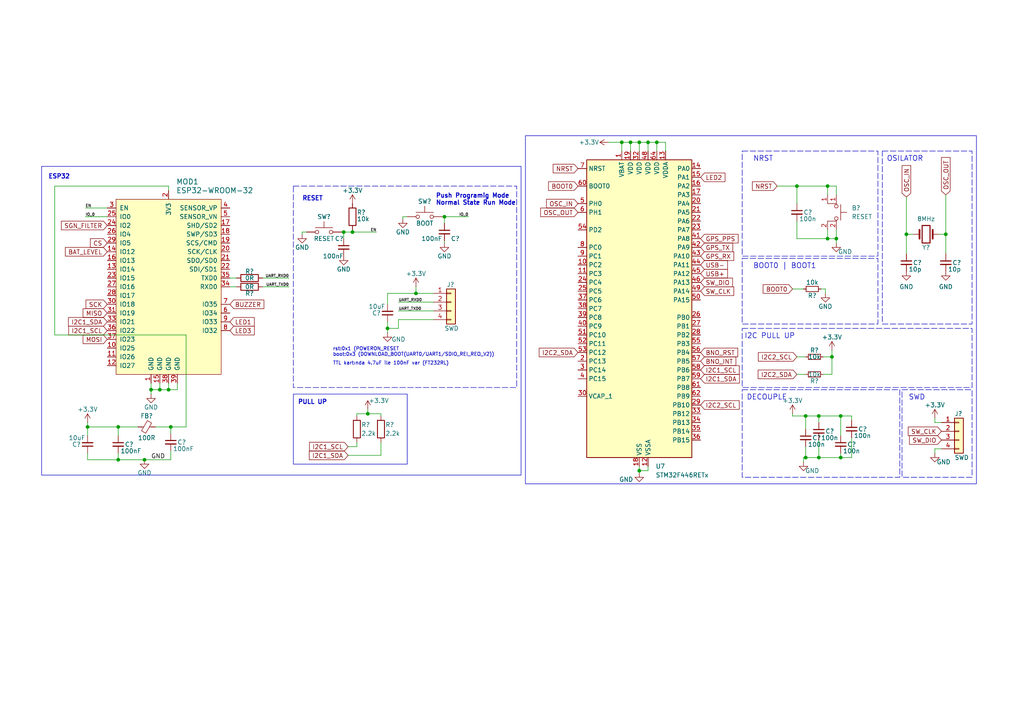
<source format=kicad_sch>
(kicad_sch (version 20230121) (generator eeschema)
  (paper "A4")
  (junction (at 48.895 113.03))
  (junction (at 262.89 67.945))
  (junction (at 25.4 123.825))
  (junction (at 231.14 53.975))
  (junction (at 187.96 41.275))
  (junction (at 120.65 85.09))
  (junction (at 237.49 132.715))
  (junction (at 112.395 95.25))
  (junction (at 243.84 132.715))
  (junction (at 180.34 41.275))
  (junction (at 41.91 133.35))
  (junction (at 99.695 67.31))
  (junction (at 34.29 133.35))
  (junction (at 243.84 120.65))
  (junction (at 242.57 69.215))
  (junction (at 233.68 120.65))
  (junction (at 34.29 123.825))
  (junction (at 106.68 120.015))
  (junction (at 241.3 103.505))
  (junction (at 185.42 136.525))
  (junction (at 274.32 67.945))
  (junction (at 43.815 113.03))
  (junction (at 128.905 62.865))
  (junction (at 46.355 113.03))
  (junction (at 102.235 67.31))
  (junction (at 233.68 132.715))
  (junction (at 240.03 53.975))
  (junction (at 185.42 41.275))
  (junction (at 49.53 123.825))
  (junction (at 240.03 69.215))
  (junction (at 237.49 120.65))
  (junction (at 190.5 41.275))
  (junction (at 182.88 41.275))
  (wire (pts (xy 41.91 133.35) (xy 49.53 133.35)))
  (wire (pts (xy 51.435 111.125) (xy 51.435 113.03)))
  (wire (pts (xy 182.88 41.275) (xy 182.88 43.815)))
  (wire (pts (xy 242.57 53.975) (xy 242.57 56.515)))
  (wire (pts (xy 231.14 108.585) (xy 233.68 108.585)))
  (wire (pts (xy 103.505 120.015) (xy 103.505 120.65)))
  (wire (pts (xy 48.895 113.03) (xy 51.435 113.03)))
  (wire (pts (xy 25.4 133.35) (xy 34.29 133.35)))
  (wire (pts (xy 242.57 69.215) (xy 240.03 69.215)))
  (wire (pts (xy 229.87 120.65) (xy 229.87 120.015)))
  (wire (pts (xy 46.355 113.03) (xy 48.895 113.03)))
  (wire (pts (xy 185.42 41.275) (xy 187.96 41.275)))
  (wire (pts (xy 100.965 129.54) (xy 103.505 129.54)))
  (wire (pts (xy 240.03 66.675) (xy 240.03 69.215)))
  (wire (pts (xy 233.68 120.65) (xy 229.87 120.65)))
  (wire (pts (xy 262.89 57.15) (xy 262.89 67.945)))
  (wire (pts (xy 106.68 118.745) (xy 106.68 120.015)))
  (wire (pts (xy 99.06 67.31) (xy 99.695 67.31)))
  (wire (pts (xy 187.96 135.255) (xy 187.96 136.525)))
  (wire (pts (xy 185.42 136.525) (xy 185.42 137.16)))
  (wire (pts (xy 180.34 41.275) (xy 180.34 43.815)))
  (wire (pts (xy 237.49 132.715) (xy 243.84 132.715)))
  (wire (pts (xy 243.84 132.715) (xy 247.015 132.715)))
  (wire (pts (xy 233.68 132.715) (xy 237.49 132.715)))
  (wire (pts (xy 102.235 67.31) (xy 109.22 67.31)))
  (wire (pts (xy 273.05 122.555) (xy 271.145 122.555)))
  (wire (pts (xy 115.57 87.63) (xy 125.73 87.63)))
  (wire (pts (xy 182.88 41.275) (xy 185.42 41.275)))
  (wire (pts (xy 185.42 135.255) (xy 185.42 136.525)))
  (wire (pts (xy 238.76 103.505) (xy 241.3 103.505)))
  (wire (pts (xy 243.84 120.65) (xy 243.84 126.365)))
  (wire (pts (xy 233.68 129.54) (xy 233.68 132.715)))
  (wire (pts (xy 25.4 123.825) (xy 34.29 123.825)))
  (wire (pts (xy 247.015 121.92) (xy 247.015 120.65)))
  (wire (pts (xy 128.905 62.865) (xy 135.89 62.865)))
  (wire (pts (xy 34.29 123.825) (xy 34.29 126.365)))
  (wire (pts (xy 102.235 66.675) (xy 102.235 67.31)))
  (wire (pts (xy 271.145 122.555) (xy 271.145 121.285)))
  (wire (pts (xy 262.89 67.945) (xy 264.795 67.945)))
  (wire (pts (xy 231.14 69.215) (xy 240.03 69.215)))
  (wire (pts (xy 242.57 66.675) (xy 242.57 69.215)))
  (wire (pts (xy 237.49 120.65) (xy 243.84 120.65)))
  (wire (pts (xy 271.145 130.175) (xy 271.145 131.445)))
  (wire (pts (xy 34.29 131.445) (xy 34.29 133.35)))
  (wire (pts (xy 49.53 125.73) (xy 49.53 123.825)))
  (wire (pts (xy 120.65 83.185) (xy 120.65 85.09)))
  (wire (pts (xy 240.03 53.975) (xy 242.57 53.975)))
  (wire (pts (xy 53.975 123.825) (xy 49.53 123.825)))
  (wire (pts (xy 15.875 53.975) (xy 48.895 53.975)))
  (wire (pts (xy 110.49 132.08) (xy 110.49 128.27)))
  (wire (pts (xy 112.395 93.345) (xy 112.395 95.25)))
  (wire (pts (xy 66.675 80.645) (xy 68.58 80.645)))
  (wire (pts (xy 87.63 67.945) (xy 87.63 67.31)))
  (wire (pts (xy 231.14 53.975) (xy 231.14 59.055)))
  (wire (pts (xy 233.045 133.985) (xy 233.045 132.715)))
  (wire (pts (xy 103.505 120.015) (xy 106.68 120.015)))
  (wire (pts (xy 110.49 120.65) (xy 110.49 120.015)))
  (wire (pts (xy 53.975 97.155) (xy 53.975 123.825)))
  (wire (pts (xy 272.415 67.945) (xy 274.32 67.945)))
  (wire (pts (xy 43.815 113.03) (xy 46.355 113.03)))
  (wire (pts (xy 237.49 127.635) (xy 237.49 132.715)))
  (wire (pts (xy 243.84 120.65) (xy 247.015 120.65)))
  (wire (pts (xy 112.395 95.25) (xy 112.395 96.52)))
  (wire (pts (xy 112.395 85.09) (xy 120.65 85.09)))
  (wire (pts (xy 187.96 41.275) (xy 187.96 43.815)))
  (wire (pts (xy 239.395 85.09) (xy 239.395 83.82)))
  (wire (pts (xy 116.84 62.865) (xy 118.11 62.865)))
  (wire (pts (xy 225.425 53.975) (xy 231.14 53.975)))
  (wire (pts (xy 87.63 67.31) (xy 88.9 67.31)))
  (wire (pts (xy 49.53 133.35) (xy 49.53 130.81)))
  (wire (pts (xy 116.84 63.5) (xy 116.84 62.865)))
  (wire (pts (xy 15.875 53.975) (xy 15.875 97.155)))
  (wire (pts (xy 46.355 111.125) (xy 46.355 113.03)))
  (wire (pts (xy 53.975 97.155) (xy 15.875 97.155)))
  (wire (pts (xy 115.57 92.71) (xy 115.57 95.25)))
  (wire (pts (xy 106.68 120.015) (xy 110.49 120.015)))
  (wire (pts (xy 231.14 103.505) (xy 233.68 103.505)))
  (wire (pts (xy 25.4 126.365) (xy 25.4 123.825)))
  (wire (pts (xy 128.905 62.865) (xy 128.905 64.77)))
  (wire (pts (xy 262.89 67.945) (xy 262.89 73.66)))
  (wire (pts (xy 100.965 132.08) (xy 110.49 132.08)))
  (wire (pts (xy 31.115 62.865) (xy 24.765 62.865)))
  (wire (pts (xy 274.32 67.945) (xy 274.32 73.66)))
  (wire (pts (xy 241.3 101.6) (xy 241.3 103.505)))
  (wire (pts (xy 237.49 120.65) (xy 237.49 122.555)))
  (wire (pts (xy 128.27 62.865) (xy 128.905 62.865)))
  (wire (pts (xy 241.3 103.505) (xy 241.3 108.585)))
  (wire (pts (xy 40.005 123.825) (xy 34.29 123.825)))
  (wire (pts (xy 115.57 95.25) (xy 112.395 95.25)))
  (wire (pts (xy 120.65 85.09) (xy 125.73 85.09)))
  (wire (pts (xy 125.73 92.71) (xy 115.57 92.71)))
  (wire (pts (xy 231.14 53.975) (xy 240.03 53.975)))
  (wire (pts (xy 193.04 41.275) (xy 193.04 43.815)))
  (wire (pts (xy 247.015 127) (xy 247.015 132.715)))
  (wire (pts (xy 66.675 83.185) (xy 68.58 83.185)))
  (wire (pts (xy 185.42 43.815) (xy 185.42 41.275)))
  (wire (pts (xy 238.125 83.82) (xy 239.395 83.82)))
  (wire (pts (xy 76.2 80.645) (xy 83.82 80.645)))
  (wire (pts (xy 112.395 88.265) (xy 112.395 85.09)))
  (wire (pts (xy 24.765 60.325) (xy 31.115 60.325)))
  (wire (pts (xy 25.4 122.555) (xy 25.4 123.825)))
  (wire (pts (xy 241.3 108.585) (xy 238.76 108.585)))
  (wire (pts (xy 103.505 129.54) (xy 103.505 128.27)))
  (wire (pts (xy 99.695 67.31) (xy 102.235 67.31)))
  (wire (pts (xy 48.895 111.125) (xy 48.895 113.03)))
  (wire (pts (xy 233.045 132.715) (xy 233.68 132.715)))
  (wire (pts (xy 231.14 69.215) (xy 231.14 64.135)))
  (wire (pts (xy 128.905 69.85) (xy 128.905 70.485)))
  (wire (pts (xy 99.695 67.31) (xy 99.695 69.215)))
  (wire (pts (xy 48.895 53.975) (xy 48.895 55.245)))
  (wire (pts (xy 190.5 41.275) (xy 187.96 41.275)))
  (wire (pts (xy 243.84 131.445) (xy 243.84 132.715)))
  (wire (pts (xy 273.05 130.175) (xy 271.145 130.175)))
  (wire (pts (xy 34.29 133.35) (xy 41.91 133.35)))
  (wire (pts (xy 190.5 41.275) (xy 193.04 41.275)))
  (wire (pts (xy 240.03 53.975) (xy 240.03 56.515)))
  (wire (pts (xy 190.5 43.815) (xy 190.5 41.275)))
  (wire (pts (xy 43.815 113.03) (xy 43.815 111.125)))
  (wire (pts (xy 180.34 41.275) (xy 182.88 41.275)))
  (wire (pts (xy 233.68 120.65) (xy 233.68 124.46)))
  (wire (pts (xy 176.53 41.275) (xy 180.34 41.275)))
  (wire (pts (xy 115.57 90.17) (xy 125.73 90.17)))
  (wire (pts (xy 43.815 114.3) (xy 43.815 113.03)))
  (wire (pts (xy 242.57 69.215) (xy 242.57 70.485)))
  (wire (pts (xy 274.32 56.515) (xy 274.32 67.945)))
  (wire (pts (xy 187.96 136.525) (xy 185.42 136.525)))
  (wire (pts (xy 25.4 131.445) (xy 25.4 133.35)))
  (wire (pts (xy 229.87 83.82) (xy 233.045 83.82)))
  (wire (pts (xy 237.49 120.65) (xy 233.68 120.65)))
  (wire (pts (xy 76.2 83.185) (xy 83.82 83.185)))
  (wire (pts (xy 45.085 123.825) (xy 49.53 123.825)))
  (rectangle (start 12.065 48.26) (end 151.13 137.795))
  (rectangle (start 215.265 74.93) (end 254.635 93.98) (stroke (width 0) (type dash)))
  (rectangle (start 85.09 114.3) (end 118.11 134.62))
  (rectangle (start 152.4 39.37) (end 283.21 140.335))
  (rectangle (start 215.265 43.815) (end 254.635 74.295) (stroke (width 0) (type dash)))
  (rectangle (start 261.62 113.03) (end 281.94 138.43) (stroke (width 0) (type dash)))
  (rectangle (start 85.09 53.975) (end 149.86 112.395) (stroke (width 0) (type dash)))
  (rectangle (start 255.905 43.815) (end 281.94 93.98) (stroke (width 0) (type dash)))
  (rectangle (start 215.265 113.03) (end 260.985 138.43) (stroke (width 0) (type dash)))
  (rectangle (start 215.265 95.25) (end 281.94 112.395) (stroke (width 0) (type dash)))
  (text "DECOUPLE" (at 216.535 116.205 0) (effects (font (size 1.5 1.5)) (justify left bottom)))
  (text "TTL kartında 4.7uF ile 100nF var (FT232RL)" (at 96.52 106.045 0) (effects (font (size 1 1)) (justify left bottom)))
  (text "I2C PULL UP" (at 215.9 98.425 0) (effects (font (size 1.5 1.5)) (justify left bottom)))
  (text "RESET" (at 87.63 58.42 0) (effects (font (size 1.27 1.27) (thickness 0.254) bold) (justify left bottom)))
  (text "BOOT0 | BOOT1" (at 218.44 78.105 0) (effects (font (size 1.5 1.5)) (justify left bottom)))
  (text "rst:0x1 (POWERON_RESET\nboot:0x3 (DOWNLOAD_BOOT(UART0/UART1/SDIO_REI_REO_V2))" (at 96.52 103.505 0) (effects (font (size 1 1)) (justify left bottom)))
  (text "OSILATOR" (at 257.175 46.99 0) (effects (font (size 1.5 1.5)) (justify left bottom)))
  (text "NRST" (at 218.44 46.99 0) (effects (font (size 1.5 1.5)) (justify left bottom)))
  (text "ESP32\n" (at 13.97 52.07 0) (effects (font (size 1.27 1.27) (thickness 0.254) bold) (justify left bottom)))
  (text "SWD" (at 263.525 116.205 0) (effects (font (size 1.5 1.5)) (justify left bottom)))
  (text "PULL UP" (at 86.36 117.475 0) (effects (font (size 1.27 1.27) (thickness 0.254) bold) (justify left bottom)))
  (text "Push Programig Mode\nNormal State Run Mode" (at 126.365 59.69 0) (effects (font (size 1.27 1.27) (thickness 0.254) bold) (justify left bottom)))
  (label "GND" (at 43.815 133.35 0))
  (label "UART_RXD0" (at 115.57 87.63 0) (effects (font (size 0.8 0.8))))
  (label "UART_RXD0" (at 83.82 80.645 180) (effects (font (size 0.8 0.8))))
  (label "EN" (at 24.765 60.325 0) (effects (font (size 0.8 0.8))))
  (label "EN" (at 109.22 67.31 180) (effects (font (size 0.8 0.8))))
  (label "UART_TXD0" (at 83.82 83.185 180) (effects (font (size 0.8 0.8))))
  (label "IO_0" (at 24.765 62.865 0) (effects (font (size 0.8 0.8))))
  (label "IO_0" (at 135.89 62.865 180) (effects (font (size 0.8 0.8))))
  (label "UART_TXD0" (at 115.57 90.17 0) (effects (font (size 0.8 0.8))))
  (global_label "SW_DIO" (shape input) (at 203.2 81.915 0) (property "Intersheetrefs" "${INTERSHEET_REFS}" (effects hide)))
  (global_label "OSC_IN" (shape input) (at 262.89 57.15 90) (property "Intersheetrefs" "${INTERSHEET_REFS}" (effects hide)))
  (global_label "LED1" (shape input) (at 66.675 93.345 0) (property "Intersheetrefs" "${INTERSHEET_REFS}" (effects hide)))
  (global_label "I2C2_SDA" (shape input) (at 167.64 102.235 180) (property "Intersheetrefs" "${INTERSHEET_REFS}" (effects hide)))
  (global_label "NRST" (shape input) (at 225.425 53.975 180) (property "Intersheetrefs" "${INTERSHEET_REFS}" (effects hide)))
  (global_label "GPS_RX" (shape input) (at 203.2 74.295 0) (property "Intersheetrefs" "${INTERSHEET_REFS}" (effects hide)))
  (global_label "I2C1_SCL" (shape input) (at 203.2 107.315 0) (property "Intersheetrefs" "${INTERSHEET_REFS}" (effects hide)))
  (global_label "I2C1_SDA" (shape input) (at 100.965 132.08 180) (property "Intersheetrefs" "${INTERSHEET_REFS}" (effects hide)))
  (global_label "I2C1_SDA" (shape input) (at 31.115 93.345 180) (property "Intersheetrefs" "${INTERSHEET_REFS}" (effects hide)))
  (global_label "I2C2_SDA" (shape input) (at 231.14 108.585 180) (property "Intersheetrefs" "${INTERSHEET_REFS}" (effects hide)))
  (global_label "OSC_IN" (shape input) (at 167.64 59.055 180) (property "Intersheetrefs" "${INTERSHEET_REFS}" (effects hide)))
  (global_label "SW_DIO" (shape input) (at 273.05 127.635 180) (property "Intersheetrefs" "${INTERSHEET_REFS}" (effects hide)))
  (global_label "SW_CLK" (shape input) (at 273.05 125.095 180) (property "Intersheetrefs" "${INTERSHEET_REFS}" (effects hide)))
  (global_label "SCK" (shape input) (at 31.115 88.265 180) (property "Intersheetrefs" "${INTERSHEET_REFS}" (effects hide)))
  (global_label "USB+" (shape input) (at 203.2 79.375 0) (property "Intersheetrefs" "${INTERSHEET_REFS}" (effects hide)))
  (global_label "LED3" (shape input) (at 66.675 95.885 0) (property "Intersheetrefs" "${INTERSHEET_REFS}" (effects hide)))
  (global_label "I2C1_SDA" (shape input) (at 203.2 109.855 0) (property "Intersheetrefs" "${INTERSHEET_REFS}" (effects hide)))
  (global_label "LED2" (shape input) (at 203.2 51.435 0) (property "Intersheetrefs" "${INTERSHEET_REFS}" (effects hide)))
  (global_label "USB-" (shape input) (at 203.2 76.835 0) (property "Intersheetrefs" "${INTERSHEET_REFS}" (effects hide)))
  (global_label "I2C2_SCL" (shape input) (at 203.2 117.475 0) (property "Intersheetrefs" "${INTERSHEET_REFS}" (effects hide)))
  (global_label "MISO" (shape input) (at 31.115 90.805 180) (property "Intersheetrefs" "${INTERSHEET_REFS}" (effects hide)))
  (global_label "OSC_OUT" (shape input) (at 274.32 56.515 90) (property "Intersheetrefs" "${INTERSHEET_REFS}" (effects hide)))
  (global_label "BOOT0" (shape input) (at 167.64 53.975 180) (property "Intersheetrefs" "${INTERSHEET_REFS}" (effects hide)))
  (global_label "BAT_LEVEL" (shape input) (at 31.115 73.025 180) (property "Intersheetrefs" "${INTERSHEET_REFS}" (effects hide)))
  (global_label "BUZZER" (shape input) (at 66.675 88.265 0) (property "Intersheetrefs" "${INTERSHEET_REFS}" (effects hide)))
  (global_label "SW_CLK" (shape input) (at 203.2 84.455 0) (property "Intersheetrefs" "${INTERSHEET_REFS}" (effects hide)))
  (global_label "BNO_RST" (shape input) (at 203.2 102.235 0) (property "Intersheetrefs" "${INTERSHEET_REFS}" (effects hide)))
  (global_label "NRST" (shape input) (at 167.64 48.895 180) (property "Intersheetrefs" "${INTERSHEET_REFS}" (effects hide)))
  (global_label "I2C2_SCL" (shape input) (at 231.14 103.505 180) (property "Intersheetrefs" "${INTERSHEET_REFS}" (effects hide)))
  (global_label "GPS_TX" (shape input) (at 203.2 71.755 0) (property "Intersheetrefs" "${INTERSHEET_REFS}" (effects hide)))
  (global_label "I2C1_SCL" (shape input) (at 31.115 95.885 180) (property "Intersheetrefs" "${INTERSHEET_REFS}" (effects hide)))
  (global_label "BOOT0" (shape input) (at 229.87 83.82 180) (property "Intersheetrefs" "${INTERSHEET_REFS}" (effects hide)))
  (global_label "I2C1_SCL" (shape input) (at 100.965 129.54 180) (property "Intersheetrefs" "${INTERSHEET_REFS}" (effects hide)))
  (global_label "OSC_OUT" (shape input) (at 167.64 61.595 180) (property "Intersheetrefs" "${INTERSHEET_REFS}" (effects hide)))
  (global_label "GPS_PPS" (shape input) (at 203.2 69.215 0) (property "Intersheetrefs" "${INTERSHEET_REFS}" (effects hide)))
  (global_label "BNO_INT" (shape input) (at 203.2 104.775 0) (property "Intersheetrefs" "${INTERSHEET_REFS}" (effects hide)))
  (global_label "CS" (shape input) (at 31.115 70.485 180) (property "Intersheetrefs" "${INTERSHEET_REFS}" (effects hide)))
  (global_label "MOSI" (shape input) (at 31.115 98.425 180) (property "Intersheetrefs" "${INTERSHEET_REFS}" (effects hide)))
  (global_label "SGN_FILTER" (shape input) (at 31.115 65.405 180) (property "Intersheetrefs" "${INTERSHEET_REFS}" (effects hide)))
  (symbol (lib_id "Device:R") (at 103.505 124.46 0) (unit 1)
    (property "Reference" "R?" (at 104.775 123.19 0) (effects (justify left)))
    (property "Value" "2.2k" (at 104.775 125.73 0) (effects (justify left)))
    (property "Footprint" "Resistor_SMD:R_0603_1608Metric" (effects hide))
    (property "Link" "https://ozdisan.com/pasif-komponentler/direncler/smt-smd-ve-cip-direncler/RC0603JR-072K2L/834877" (effects hide))
    (instances (project "QTR_PhotoFinish" (path "" (reference "R?") (unit 1))) (project "QTR_PhotoFinish_V2" (path "" (reference "R?") (unit 1))) (project "hecatlon_raid_eye" (path "" (reference "R13") (unit 1)) (path "" (reference "R13") (unit 1))))
  )
  (symbol (lib_id "power:+3.3V") (at 106.68 118.745 0) (unit 1)
    (property "Reference" "#PWR?" (effects hide))
    (property "Value" "+3.3V" (at 109.855 116.205 0))
    (instances (project "Adberilgen_Ana_Sistem" (path "" (reference "#PWR?") (unit 1))) (project "QTR_PhotoFinish" (path "" (reference "#PWR?") (unit 1))) (project "QTR_PhotoFinish_V2" (path "" (reference "#PWR?") (unit 1))) (project "hecatlon_raid_eye" (path "" (reference "#PWR021") (unit 1)) (path "" (reference "#PWR021") (unit 1))) (project "Flight_Control_Card" (path "" (reference "#PWR?") (unit 1))) (project "Adberilgen_Ana_Sistem_V2" (path "" (reference "#PWR?") (unit 1))) (project "Flight_Control_Card_V2" (path "" (reference "#PWR?") (unit 1))))
  )
  (symbol (lib_id "Switch:SW_Push") (at 123.19 62.865 0) (unit 1)
    (property "Reference" "SW?" (at 123.19 58.42 0))
    (property "Value" "BOOT" (at 123.19 64.77 0))
    (property "Footprint" "Button_Switch_SMD:SW_Push_1P1T_NO_Vertical_Wuerth_434133025816" (effects hide))
    (property "Link" "https://www.motorobit.com/mini-smd-tact-switch-buton-4-pin" (effects hide))
    (instances (project "QTR_PhotoFinish_V2" (path "" (reference "SW?") (unit 1))) (project "hecatlon_raid_eye" (path "" (reference "SW1") (unit 1)) (path "" (reference "SW1") (unit 1))))
  )
  (symbol (lib_id "power:+3.3V") (at 176.53 41.275 90) (unit 1)
    (property "Reference" "#PWR?" (effects hide))
    (property "Value" "+3.3V" (at 170.815 41.275 90))
    (instances (project "Adberilgen_Ana_Sistem" (path "" (reference "#PWR?") (unit 1))) (project "hecatlon_raid_eye" (path "" (reference "#PWR01") (unit 1)) (path "" (reference "#PWR01") (unit 1))) (project "Flight_Control_Card" (path "" (reference "#PWR?") (unit 1))) (project "Adberilgen_Ana_Sistem_V2" (path "" (reference "#PWR?") (unit 1))) (project "Flight_Control_Card_V2" (path "" (reference "#PWR?") (unit 1))))
  )
  (symbol (lib_id "power:+3.3V") (at 102.235 59.055 0) (unit 1)
    (property "Reference" "#PWR?" (effects hide))
    (property "Value" "+3.3V" (at 102.235 55.245 0))
    (instances (project "Adberilgen_Ana_Sistem" (path "" (reference "#PWR?") (unit 1))) (project "QTR_PhotoFinish" (path "" (reference "#PWR?") (unit 1))) (project "QTR_PhotoFinish_V2" (path "" (reference "#PWR?") (unit 1))) (project "hecatlon_raid_eye" (path "" (reference "#PWR02") (unit 1)) (path "" (reference "#PWR02") (unit 1))) (project "Flight_Control_Card" (path "" (reference "#PWR?") (unit 1))) (project "Adberilgen_Ana_Sistem_V2" (path "" (reference "#PWR?") (unit 1))) (project "Flight_Control_Card_V2" (path "" (reference "#PWR?") (unit 1))))
  )
  (symbol (lib_id "power:GND") (at 185.42 137.16 0) (unit 1)
    (property "Reference" "#PWR?" (effects hide))
    (property "Value" "GND" (at 181.61 139.065 0))
    (instances (project "Adberilgen_Ana_Sistem" (path "" (reference "#PWR?") (unit 1))) (project "hecatlon_raid_eye" (path "" (reference "#PWR029") (unit 1)) (path "" (reference "#PWR030") (unit 1))) (project "Flight_Control_Card" (path "" (reference "#PWR?") (unit 1))) (project "Adberilgen_Ana_Sistem_V2" (path "" (reference "#PWR?") (unit 1))) (project "Flight_Control_Card_V2" (path "" (reference "#PWR?") (unit 1))))
  )
  (symbol (lib_id "power:+3.3V") (at 25.4 122.555 0) (unit 1)
    (property "Reference" "#PWR?" (effects hide))
    (property "Value" "+3.3V" (at 25.4 118.745 0))
    (instances (project "Adberilgen_Ana_Sistem" (path "" (reference "#PWR?") (unit 1))) (project "QTR_PhotoFinish" (path "" (reference "#PWR?") (unit 1))) (project "QTR_PhotoFinish_V2" (path "" (reference "#PWR?") (unit 1))) (project "hecatlon_raid_eye" (path "" (reference "#PWR023") (unit 1)) (path "" (reference "#PWR023") (unit 1))) (project "Flight_Control_Card" (path "" (reference "#PWR?") (unit 1))) (project "Adberilgen_Ana_Sistem_V2" (path "" (reference "#PWR?") (unit 1))) (project "Flight_Control_Card_V2" (path "" (reference "#PWR?") (unit 1))))
  )
  (symbol (lib_id "Device:C_Small") (at 243.84 128.905 0) (unit 1)
    (property "Reference" "C?" (at 245.745 128.905 0) (effects (justify left)))
    (property "Value" "100n" (at 244.475 130.81 0) (effects (justify left)))
    (property "Footprint" "Capacitor_SMD:C_0603_1608Metric" (effects hide))
    (instances (project "Adberilgen_Ana_Sistem" (path "" (reference "C?") (unit 1))) (project "hecatlon_raid_eye" (path "" (reference "C15") (unit 1)) (path "" (reference "C15") (unit 1))) (project "Flight_Control_Card" (path "" (reference "C?") (unit 1))) (project "Adberilgen_Ana_Sistem_V2" (path "" (reference "C?") (unit 1))) (project "Flight_Control_Card_V2" (path "" (reference "C?") (unit 1))))
  )
  (symbol (lib_id "Connector_Generic:Conn_01x04") (at 130.81 87.63 0) (unit 1)
    (property "Reference" "J?" (at 129.54 82.55 0) (effects (justify left)))
    (property "Value" "SWD" (at 128.905 95.25 0) (effects (justify left)))
    (property "Footprint" "Connector_JST:JST_EH_B4B-EH-A_1x04_P2.50mm_Vertical" (effects hide))
    (instances (project "QTR_PhotoFinish_V2" (path "" (reference "J?") (unit 1))) (project "hecatlon_raid_eye" (path "" (reference "J1") (unit 1)) (path "" (reference "J1") (unit 1))))
  )
  (symbol (lib_id "power:GND") (at 99.695 74.295 0) (unit 1)
    (property "Reference" "#PWR?" (effects hide))
    (property "Value" "GND" (at 99.695 78.105 0))
    (instances (project "Adberilgen_Ana_Sistem" (path "" (reference "#PWR?") (unit 1))) (project "QTR_PhotoFinish" (path "" (reference "#PWR?") (unit 1))) (project "QTR_PhotoFinish_V2" (path "" (reference "#PWR?") (unit 1))) (project "hecatlon_raid_eye" (path "" (reference "#PWR06") (unit 1)) (path "" (reference "#PWR06") (unit 1))) (project "Flight_Control_Card" (path "" (reference "#PWR?") (unit 1))) (project "Adberilgen_Ana_Sistem_V2" (path "" (reference "#PWR?") (unit 1))) (project "Flight_Control_Card_V2" (path "" (reference "#PWR?") (unit 1))))
  )
  (symbol (lib_id "Device:C_Small") (at 99.695 71.755 0) (mirror y) (unit 1)
    (property "Reference" "C?" (at 99.695 69.215 0) (effects (justify left)))
    (property "Value" "100nF" (at 99.695 74.295 0) (effects (justify left)))
    (property "Footprint" "Capacitor_SMD:C_0603_1608Metric" (effects hide))
    (property "Link" "https://ozdisan.com/pasif-komponentler/kapasitorler/smt-smd-ve-mlcc-kapasitorler/CC0603KRX7R9BB104/476015" (effects hide))
    (instances (project "Adberilgen_Ana_Sistem" (path "" (reference "C?") (unit 1))) (project "QTR_PhotoFinish" (path "" (reference "C?") (unit 1))) (project "QTR_PhotoFinish_V2" (path "" (reference "C?") (unit 1))) (project "hecatlon_raid_eye" (path "" (reference "C4") (unit 1)) (path "" (reference "C4") (unit 1))) (project "Flight_Control_Card" (path "" (reference "C?") (unit 1))) (project "Adberilgen_Ana_Sistem_V2" (path "" (reference "C?") (unit 1))) (project "Flight_Control_Card_V2" (path "" (reference "C?") (unit 1))))
  )
  (symbol (lib_id "power:GND") (at 239.395 85.09 0) (unit 1)
    (property "Reference" "#PWR?" (effects hide))
    (property "Value" "GND" (at 239.395 88.9 0))
    (instances (project "Adberilgen_Ana_Sistem" (path "" (reference "#PWR?") (unit 1))) (project "hecatlon_raid_eye" (path "" (reference "#PWR013") (unit 1)) (path "" (reference "#PWR013") (unit 1))) (project "Flight_Control_Card" (path "" (reference "#PWR?") (unit 1))) (project "Adberilgen_Ana_Sistem_V2" (path "" (reference "#PWR?") (unit 1))) (project "Flight_Control_Card_V2" (path "" (reference "#PWR?") (unit 1))))
  )
  (symbol (lib_id "Device:C_Small") (at 25.4 128.905 180) (unit 1)
    (property "Reference" "C?" (at 23.495 128.905 0) (effects (justify left)))
    (property "Value" "10uF" (at 24.765 127 0) (effects (justify left)))
    (property "Footprint" "Capacitor_SMD:C_0603_1608Metric" (effects hide))
    (property "Link" "https://ozdisan.com/pasif-komponentler/kapasitorler/smt-smd-ve-mlcc-kapasitorler/GRM188Z71A106KA73D/1046588" (effects hide))
    (instances (project "Adberilgen_Ana_Sistem" (path "" (reference "C?") (unit 1))) (project "QTR_PhotoFinish" (path "" (reference "C?") (unit 1))) (project "QTR_PhotoFinish_V2" (path "" (reference "C?") (unit 1))) (project "hecatlon_raid_eye" (path "" (reference "C10") (unit 1)) (path "" (reference "C10") (unit 1))) (project "Flight_Control_Card" (path "" (reference "C?") (unit 1))) (project "Adberilgen_Ana_Sistem_V2" (path "" (reference "C?") (unit 1))) (project "Flight_Control_Card_V2" (path "" (reference "C?") (unit 1))))
  )
  (symbol (lib_id "dk_RF-Transceiver-Modules:ESP32-WROOM-32") (at 43.815 57.785 0) (unit 1)
    (property "Reference" "MOD1" (at 51.0891 52.705 0) (effects (font (size 1.524 1.524)) (justify left)))
    (property "Value" "ESP32-WROOM-32" (at 51.0891 55.245 0) (effects (font (size 1.524 1.524)) (justify left)))
    (property "Footprint" "digikey-footprints:ESP32-WROOM-32D" (effects hide))
    (property "Datasheet" "https://www.espressif.com/sites/default/files/documentation/esp32-wroom-32_datasheet_en.pdf" (effects hide))
    (property "Digi-Key_PN" "1904-1010-1-ND" (effects hide))
    (property "MPN" "ESP32-WROOM-32" (effects hide))
    (property "Category" "RF/IF and RFID" (effects hide))
    (property "Family" "RF Transceiver Modules" (effects hide))
    (property "DK_Datasheet_Link" "https://www.espressif.com/sites/default/files/documentation/esp32-wroom-32_datasheet_en.pdf" (effects hide))
    (property "DK_Detail_Page" "/product-detail/en/espressif-systems/ESP32-WROOM-32/1904-1010-1-ND/8544305" (effects hide))
    (property "Description" "SMD MODULE, ESP32-D0WDQ6, 32MBIT" (effects hide))
    (property "Manufacturer" "Espressif Systems" (effects hide))
    (property "Status" "Active" (effects hide))
  )
  (symbol (lib_id "power:GND") (at 233.045 133.985 0) (unit 1)
    (property "Reference" "#PWR?" (effects hide))
    (property "Value" "GND" (at 235.585 136.525 0))
    (instances (project "Adberilgen_Ana_Sistem" (path "" (reference "#PWR?") (unit 1))) (project "hecatlon_raid_eye" (path "" (reference "#PWR030") (unit 1)) (path "" (reference "#PWR029") (unit 1))) (project "Flight_Control_Card" (path "" (reference "#PWR?") (unit 1))) (project "Adberilgen_Ana_Sistem_V2" (path "" (reference "#PWR?") (unit 1))) (project "Flight_Control_Card_V2" (path "" (reference "#PWR?") (unit 1))))
  )
  (symbol (lib_id "power:GND") (at 43.815 114.3 0) (unit 1)
    (property "Reference" "#PWR?" (effects hide))
    (property "Value" "GND" (at 43.815 118.11 0))
    (instances (project "Adberilgen_Ana_Sistem" (path "" (reference "#PWR?") (unit 1))) (project "QTR_PhotoFinish" (path "" (reference "#PWR?") (unit 1))) (project "QTR_PhotoFinish_V2" (path "" (reference "#PWR?") (unit 1))) (project "hecatlon_raid_eye" (path "" (reference "#PWR020") (unit 1)) (path "" (reference "#PWR020") (unit 1))) (project "Flight_Control_Card" (path "" (reference "#PWR?") (unit 1))) (project "Adberilgen_Ana_Sistem_V2" (path "" (reference "#PWR?") (unit 1))) (project "Flight_Control_Card_V2" (path "" (reference "#PWR?") (unit 1))))
  )
  (symbol (lib_id "Device:R_Small") (at 236.22 108.585 270) (unit 1)
    (property "Reference" "R?" (at 236.22 110.49 90))
    (property "Value" "10k" (at 236.22 108.585 90))
    (property "Footprint" "Resistor_SMD:R_0603_1608Metric" (effects hide))
    (instances (project "Adberilgen_Ana_Sistem" (path "" (reference "R?") (unit 1))) (project "hecatlon_raid_eye" (path "" (reference "R10") (unit 1)) (path "" (reference "R10") (unit 1))) (project "Flight_Control_Card" (path "" (reference "R?") (unit 1))) (project "Adberilgen_Ana_Sistem_V2" (path "" (reference "R?") (unit 1))) (project "Flight_Control_Card_V2" (path "" (reference "R?") (unit 1))))
  )
  (symbol (lib_id "power:GND") (at 271.145 131.445 0) (unit 1)
    (property "Reference" "#PWR?" (effects hide))
    (property "Value" "GND" (at 273.685 133.985 0))
    (instances (project "Adberilgen_Ana_Sistem" (path "" (reference "#PWR?") (unit 1))) (project "hecatlon_raid_eye" (path "" (reference "#PWR028") (unit 1)) (path "" (reference "#PWR028") (unit 1))) (project "Flight_Control_Card" (path "" (reference "#PWR?") (unit 1))) (project "Adberilgen_Ana_Sistem_V2" (path "" (reference "#PWR?") (unit 1))) (project "Flight_Control_Card_V2" (path "" (reference "#PWR?") (unit 1))))
  )
  (symbol (lib_id "Device:R") (at 110.49 124.46 0) (unit 1)
    (property "Reference" "R?" (at 111.76 123.19 0) (effects (justify left)))
    (property "Value" "2.2k" (at 111.76 125.73 0) (effects (justify left)))
    (property "Footprint" "Resistor_SMD:R_0603_1608Metric" (effects hide))
    (property "Link" "https://ozdisan.com/pasif-komponentler/direncler/smt-smd-ve-cip-direncler/RC0603JR-072K2L/834877" (effects hide))
    (instances (project "QTR_PhotoFinish" (path "" (reference "R?") (unit 1))) (project "QTR_PhotoFinish_V2" (path "" (reference "R?") (unit 1))) (project "hecatlon_raid_eye" (path "" (reference "R14") (unit 1)) (path "" (reference "R14") (unit 1))))
  )
  (symbol (lib_id "Device:C_Small") (at 233.68 127 0) (unit 1)
    (property "Reference" "C?" (at 235.585 127 0) (effects (justify left)))
    (property "Value" "100n" (at 234.315 128.905 0) (effects (justify left)))
    (property "Footprint" "Capacitor_SMD:C_0603_1608Metric" (effects hide))
    (instances (project "Adberilgen_Ana_Sistem" (path "" (reference "C?") (unit 1))) (project "hecatlon_raid_eye" (path "" (reference "C14") (unit 1)) (path "" (reference "C14") (unit 1))) (project "Flight_Control_Card" (path "" (reference "C?") (unit 1))) (project "Adberilgen_Ana_Sistem_V2" (path "" (reference "C?") (unit 1))) (project "Flight_Control_Card_V2" (path "" (reference "C?") (unit 1))))
  )
  (symbol (lib_id "Device:R_Small") (at 235.585 83.82 270) (unit 1)
    (property "Reference" "R?" (at 235.585 85.725 90))
    (property "Value" "10k" (at 235.585 81.915 90))
    (property "Footprint" "Resistor_SMD:R_0603_1608Metric" (effects hide))
    (instances (project "Adberilgen_Ana_Sistem" (path "" (reference "R?") (unit 1))) (project "hecatlon_raid_eye" (path "" (reference "R6") (unit 1)) (path "" (reference "R6") (unit 1))) (project "Flight_Control_Card" (path "" (reference "R?") (unit 1))) (project "Adberilgen_Ana_Sistem_V2" (path "" (reference "R?") (unit 1))) (project "Flight_Control_Card_V2" (path "" (reference "R?") (unit 1))))
  )
  (symbol (lib_id "power:+3.3V") (at 120.65 83.185 0) (unit 1)
    (property "Reference" "#PWR?" (effects hide))
    (property "Value" "+3.3V" (at 120.65 79.375 0))
    (instances (project "Adberilgen_Ana_Sistem" (path "" (reference "#PWR?") (unit 1))) (project "QTR_PhotoFinish" (path "" (reference "#PWR?") (unit 1))) (project "QTR_PhotoFinish_V2" (path "" (reference "#PWR?") (unit 1))) (project "hecatlon_raid_eye" (path "" (reference "#PWR010") (unit 1)) (path "" (reference "#PWR010") (unit 1))) (project "Flight_Control_Card" (path "" (reference "#PWR?") (unit 1))) (project "Adberilgen_Ana_Sistem_V2" (path "" (reference "#PWR?") (unit 1))) (project "Flight_Control_Card_V2" (path "" (reference "#PWR?") (unit 1))))
  )
  (symbol (lib_id "Switch:SW_Push") (at 93.98 67.31 0) (unit 1)
    (property "Reference" "SW?" (at 93.98 62.865 0))
    (property "Value" "RESET" (at 93.98 69.215 0))
    (property "Footprint" "Button_Switch_SMD:SW_Push_1P1T_NO_Vertical_Wuerth_434133025816" (effects hide))
    (property "Link" "https://www.motorobit.com/mini-smd-tact-switch-buton-4-pin" (effects hide))
    (instances (project "QTR_PhotoFinish_V2" (path "" (reference "SW?") (unit 1))) (project "hecatlon_raid_eye" (path "" (reference "SW2") (unit 1)) (path "" (reference "SW2") (unit 1))))
  )
  (symbol (lib_id "power:GND") (at 262.89 78.74 0) (unit 1)
    (property "Reference" "#PWR?" (effects hide))
    (property "Value" "GND" (at 262.89 83.185 0))
    (instances (project "Adberilgen_Ana_Sistem" (path "" (reference "#PWR?") (unit 1))) (project "hecatlon_raid_eye" (path "" (reference "#PWR011") (unit 1)) (path "" (reference "#PWR011") (unit 1))) (project "Flight_Control_Card" (path "" (reference "#PWR?") (unit 1))) (project "Adberilgen_Ana_Sistem_V2" (path "" (reference "#PWR?") (unit 1))) (project "Flight_Control_Card_V2" (path "" (reference "#PWR?") (unit 1))))
  )
  (symbol (lib_id "power:+3.3V") (at 241.3 101.6 0) (unit 1)
    (property "Reference" "#PWR?" (effects hide))
    (property "Value" "+3.3V" (at 241.3 97.79 0))
    (instances (project "Adberilgen_Ana_Sistem" (path "" (reference "#PWR?") (unit 1))) (project "hecatlon_raid_eye" (path "" (reference "#PWR018") (unit 1)) (path "" (reference "#PWR018") (unit 1))) (project "Flight_Control_Card" (path "" (reference "#PWR?") (unit 1))) (project "Adberilgen_Ana_Sistem_V2" (path "" (reference "#PWR?") (unit 1))) (project "Flight_Control_Card_V2" (path "" (reference "#PWR?") (unit 1))))
  )
  (symbol (lib_id "Device:C_Small") (at 34.29 128.905 0) (unit 1)
    (property "Reference" "C?" (at 36.195 128.905 0) (effects (justify left)))
    (property "Value" "100nF" (at 34.925 130.81 0) (effects (justify left)))
    (property "Footprint" "Capacitor_SMD:C_0603_1608Metric" (effects hide))
    (property "Link" "https://ozdisan.com/pasif-komponentler/kapasitorler/smt-smd-ve-mlcc-kapasitorler/CC0603KRX7R9BB104/476015" (effects hide))
    (instances (project "Adberilgen_Ana_Sistem" (path "" (reference "C?") (unit 1))) (project "QTR_PhotoFinish" (path "" (reference "C?") (unit 1))) (project "QTR_PhotoFinish_V2" (path "" (reference "C?") (unit 1))) (project "hecatlon_raid_eye" (path "" (reference "C11") (unit 1)) (path "" (reference "C11") (unit 1))) (project "Flight_Control_Card" (path "" (reference "C?") (unit 1))) (project "Adberilgen_Ana_Sistem_V2" (path "" (reference "C?") (unit 1))) (project "Flight_Control_Card_V2" (path "" (reference "C?") (unit 1))))
  )
  (symbol (lib_id "power:GND") (at 242.57 70.485 0) (unit 1)
    (property "Reference" "#PWR?" (effects hide))
    (property "Value" "GND" (at 245.11 73.025 0))
    (instances (project "Adberilgen_Ana_Sistem" (path "" (reference "#PWR?") (unit 1))) (project "hecatlon_raid_eye" (path "" (reference "#PWR07") (unit 1)) (path "" (reference "#PWR07") (unit 1))) (project "Flight_Control_Card" (path "" (reference "#PWR?") (unit 1))) (project "Adberilgen_Ana_Sistem_V2" (path "" (reference "#PWR?") (unit 1))) (project "Flight_Control_Card_V2" (path "" (reference "#PWR?") (unit 1))))
  )
  (symbol (lib_id "power:GND") (at 116.84 63.5 0) (unit 1)
    (property "Reference" "#PWR?" (effects hide))
    (property "Value" "GND" (at 116.84 67.31 0))
    (instances (project "Adberilgen_Ana_Sistem" (path "" (reference "#PWR?") (unit 1))) (project "QTR_PhotoFinish" (path "" (reference "#PWR?") (unit 1))) (project "QTR_PhotoFinish_V2" (path "" (reference "#PWR?") (unit 1))) (project "hecatlon_raid_eye" (path "" (reference "#PWR03") (unit 1)) (path "" (reference "#PWR03") (unit 1))) (project "Flight_Control_Card" (path "" (reference "#PWR?") (unit 1))) (project "Adberilgen_Ana_Sistem_V2" (path "" (reference "#PWR?") (unit 1))) (project "Flight_Control_Card_V2" (path "" (reference "#PWR?") (unit 1))))
  )
  (symbol (lib_id "Device:C_Small") (at 112.395 90.805 180) (unit 1)
    (property "Reference" "C?" (at 110.49 90.805 0) (effects (justify left)))
    (property "Value" "10uF" (at 111.76 88.9 0) (effects (justify left)))
    (property "Footprint" "Capacitor_SMD:C_0603_1608Metric" (effects hide))
    (property "Link" "https://ozdisan.com/pasif-komponentler/kapasitorler/smt-smd-ve-mlcc-kapasitorler/GRM188Z71A106KA73D/1046588" (effects hide))
    (instances (project "Adberilgen_Ana_Sistem" (path "" (reference "C?") (unit 1))) (project "QTR_PhotoFinish" (path "" (reference "C?") (unit 1))) (project "QTR_PhotoFinish_V2" (path "" (reference "C?") (unit 1))) (project "hecatlon_raid_eye" (path "" (reference "C8") (unit 1)) (path "" (reference "C8") (unit 1))) (project "Flight_Control_Card" (path "" (reference "C?") (unit 1))) (project "Adberilgen_Ana_Sistem_V2" (path "" (reference "C?") (unit 1))) (project "Flight_Control_Card_V2" (path "" (reference "C?") (unit 1))))
  )
  (symbol (lib_id "Device:C_Small") (at 128.905 67.31 0) (mirror y) (unit 1)
    (property "Reference" "C?" (at 133.35 69.215 0) (effects (justify left)))
    (property "Value" "100nF" (at 128.27 69.215 0) (effects (justify left)))
    (property "Footprint" "Capacitor_SMD:C_0603_1608Metric" (effects hide))
    (property "Link" "https://ozdisan.com/pasif-komponentler/kapasitorler/smt-smd-ve-mlcc-kapasitorler/CC0603KRX7R9BB104/476015" (effects hide))
    (instances (project "Adberilgen_Ana_Sistem" (path "" (reference "C?") (unit 1))) (project "QTR_PhotoFinish" (path "" (reference "C?") (unit 1))) (project "QTR_PhotoFinish_V2" (path "" (reference "C?") (unit 1))) (project "hecatlon_raid_eye" (path "" (reference "C1") (unit 1)) (path "" (reference "C1") (unit 1))) (project "Flight_Control_Card" (path "" (reference "C?") (unit 1))) (project "Adberilgen_Ana_Sistem_V2" (path "" (reference "C?") (unit 1))) (project "Flight_Control_Card_V2" (path "" (reference "C?") (unit 1))))
  )
  (symbol (lib_id "power:GND") (at 41.91 133.35 0) (unit 1)
    (property "Reference" "#PWR?" (effects hide))
    (property "Value" "GND" (at 41.91 137.16 0))
    (instances (project "Adberilgen_Ana_Sistem" (path "" (reference "#PWR?") (unit 1))) (project "QTR_PhotoFinish" (path "" (reference "#PWR?") (unit 1))) (project "QTR_PhotoFinish_V2" (path "" (reference "#PWR?") (unit 1))) (project "hecatlon_raid_eye" (path "" (reference "#PWR027") (unit 1)) (path "" (reference "#PWR027") (unit 1))) (project "Flight_Control_Card" (path "" (reference "#PWR?") (unit 1))) (project "Adberilgen_Ana_Sistem_V2" (path "" (reference "#PWR?") (unit 1))) (project "Flight_Control_Card_V2" (path "" (reference "#PWR?") (unit 1))))
  )
  (symbol (lib_id "Device:C_Small") (at 237.49 125.095 0) (unit 1)
    (property "Reference" "C?" (at 239.395 125.095 0) (effects (justify left)))
    (property "Value" "100n" (at 238.125 127 0) (effects (justify left)))
    (property "Footprint" "Capacitor_SMD:C_0603_1608Metric" (effects hide))
    (instances (project "Adberilgen_Ana_Sistem" (path "" (reference "C?") (unit 1))) (project "hecatlon_raid_eye" (path "" (reference "C13") (unit 1)) (path "" (reference "C13") (unit 1))) (project "Flight_Control_Card" (path "" (reference "C?") (unit 1))) (project "Adberilgen_Ana_Sistem_V2" (path "" (reference "C?") (unit 1))) (project "Flight_Control_Card_V2" (path "" (reference "C?") (unit 1))))
  )
  (symbol (lib_id "Device:R") (at 72.39 83.185 90) (unit 1)
    (property "Reference" "R?" (at 72.39 85.09 90))
    (property "Value" "0R" (at 72.39 83.185 90))
    (property "Footprint" "Resistor_SMD:R_0603_1608Metric" (effects hide))
    (property "Link" "https://ozdisan.com/pasif-komponentler/direncler/smt-smd-ve-cip-direncler/0603SAJ0000T5E/339086" (effects hide))
    (instances (project "QTR_PhotoFinish" (path "" (reference "R?") (unit 1))) (project "QTR_PhotoFinish_V2" (path "" (reference "R?") (unit 1))) (project "hecatlon_raid_eye" (path "" (reference "R5") (unit 1)) (path "" (reference "R5") (unit 1))))
  )
  (symbol (lib_id "power:GND") (at 274.32 78.74 0) (unit 1)
    (property "Reference" "#PWR?" (effects hide))
    (property "Value" "GND" (at 274.32 83.185 0))
    (instances (project "Adberilgen_Ana_Sistem" (path "" (reference "#PWR?") (unit 1))) (project "hecatlon_raid_eye" (path "" (reference "#PWR012") (unit 1)) (path "" (reference "#PWR012") (unit 1))) (project "Flight_Control_Card" (path "" (reference "#PWR?") (unit 1))) (project "Adberilgen_Ana_Sistem_V2" (path "" (reference "#PWR?") (unit 1))) (project "Flight_Control_Card_V2" (path "" (reference "#PWR?") (unit 1))))
  )
  (symbol (lib_id "Device:Crystal") (at 268.605 67.945 0) (unit 1)
    (property "Reference" "Y?" (at 268.605 71.755 0))
    (property "Value" "8MHz" (at 268.605 63.5 0))
    (property "Footprint" "Crystal:Crystal_SMD_5032-2Pin_5.0x3.2mm" (effects hide))
    (property "link" "https://www.direnc.net/16000mhz-5032-smd-kristal" (effects hide))
    (instances (project "Adberilgen_Ana_Sistem" (path "" (reference "Y?") (unit 1))) (project "hecatlon_raid_eye" (path "" (reference "Y1") (unit 1)) (path "" (reference "Y1") (unit 1))) (project "Adberilgen_Ana_Sistem_V2" (path "" (reference "Y?") (unit 1))))
  )
  (symbol (lib_id "power:GND") (at 128.905 70.485 0) (unit 1)
    (property "Reference" "#PWR?" (effects hide))
    (property "Value" "GND" (at 128.905 74.295 0))
    (instances (project "Adberilgen_Ana_Sistem" (path "" (reference "#PWR?") (unit 1))) (project "QTR_PhotoFinish" (path "" (reference "#PWR?") (unit 1))) (project "QTR_PhotoFinish_V2" (path "" (reference "#PWR?") (unit 1))) (project "hecatlon_raid_eye" (path "" (reference "#PWR05") (unit 1)) (path "" (reference "#PWR05") (unit 1))) (project "Flight_Control_Card" (path "" (reference "#PWR?") (unit 1))) (project "Adberilgen_Ana_Sistem_V2" (path "" (reference "#PWR?") (unit 1))) (project "Flight_Control_Card_V2" (path "" (reference "#PWR?") (unit 1))))
  )
  (symbol (lib_id "Device:C_Small") (at 274.32 76.2 0) (unit 1)
    (property "Reference" "C?" (at 276.225 76.2 0) (effects (justify left)))
    (property "Value" "10p" (at 274.955 78.105 0) (effects (justify left)))
    (property "Footprint" "Capacitor_SMD:C_0603_1608Metric" (effects hide))
    (instances (project "Adberilgen_Ana_Sistem" (path "" (reference "C?") (unit 1))) (project "hecatlon_raid_eye" (path "" (reference "C7") (unit 1)) (path "" (reference "C7") (unit 1))) (project "Flight_Control_Card" (path "" (reference "C?") (unit 1))) (project "Adberilgen_Ana_Sistem_V2" (path "" (reference "C?") (unit 1))) (project "Flight_Control_Card_V2" (path "" (reference "C?") (unit 1))))
  )
  (symbol (lib_id "Device:C_Small") (at 49.53 128.27 0) (unit 1)
    (property "Reference" "C?" (at 51.435 128.27 0) (effects (justify left)))
    (property "Value" "100nF" (at 50.165 130.175 0) (effects (justify left)))
    (property "Footprint" "Capacitor_SMD:C_0603_1608Metric" (effects hide))
    (property "Link" "https://ozdisan.com/pasif-komponentler/kapasitorler/smt-smd-ve-mlcc-kapasitorler/CC0603KRX7R9BB104/476015" (effects hide))
    (instances (project "Adberilgen_Ana_Sistem" (path "" (reference "C?") (unit 1))) (project "QTR_PhotoFinish" (path "" (reference "C?") (unit 1))) (project "QTR_PhotoFinish_V2" (path "" (reference "C?") (unit 1))) (project "hecatlon_raid_eye" (path "" (reference "C9") (unit 1)) (path "" (reference "C9") (unit 1))) (project "Flight_Control_Card" (path "" (reference "C?") (unit 1))) (project "Adberilgen_Ana_Sistem_V2" (path "" (reference "C?") (unit 1))) (project "Flight_Control_Card_V2" (path "" (reference "C?") (unit 1))))
  )
  (symbol (lib_id "power:+3.3V") (at 229.87 120.015 0) (unit 1)
    (property "Reference" "#PWR?" (effects hide))
    (property "Value" "+3.3V" (at 229.87 116.205 0))
    (instances (project "Adberilgen_Ana_Sistem" (path "" (reference "#PWR?") (unit 1))) (project "hecatlon_raid_eye" (path "" (reference "#PWR025") (unit 1)) (path "" (reference "#PWR025") (unit 1))) (project "Flight_Control_Card" (path "" (reference "#PWR?") (unit 1))) (project "Adberilgen_Ana_Sistem_V2" (path "" (reference "#PWR?") (unit 1))) (project "Flight_Control_Card_V2" (path "" (reference "#PWR?") (unit 1))))
  )
  (symbol (lib_id "power:GND") (at 112.395 96.52 0) (unit 1)
    (property "Reference" "#PWR?" (effects hide))
    (property "Value" "GND" (at 115.57 98.425 0))
    (instances (project "Adberilgen_Ana_Sistem" (path "" (reference "#PWR?") (unit 1))) (project "QTR_PhotoFinish" (path "" (reference "#PWR?") (unit 1))) (project "QTR_PhotoFinish_V2" (path "" (reference "#PWR?") (unit 1))) (project "hecatlon_raid_eye" (path "" (reference "#PWR015") (unit 1)) (path "" (reference "#PWR015") (unit 1))) (project "Flight_Control_Card" (path "" (reference "#PWR?") (unit 1))) (project "Adberilgen_Ana_Sistem_V2" (path "" (reference "#PWR?") (unit 1))) (project "Flight_Control_Card_V2" (path "" (reference "#PWR?") (unit 1))))
  )
  (symbol (lib_id "Connector_Generic:Conn_01x04") (at 278.13 125.095 0) (unit 1)
    (property "Reference" "J?" (at 276.86 120.015 0) (effects (justify left)))
    (property "Value" "SWD" (at 276.86 132.715 0) (effects (justify left)))
    (property "Footprint" "Connector_JST:JST_EH_B4B-EH-A_1x04_P2.50mm_Vertical" (effects hide))
    (instances (project "Adberilgen_Ana_Sistem" (path "" (reference "J?") (unit 1))) (project "hecatlon_raid_eye" (path "" (reference "J2") (unit 1)) (path "" (reference "J2") (unit 1))) (project "Adberilgen_Ana_Sistem_V2" (path "" (reference "J?") (unit 1))))
  )
  (symbol (lib_id "Device:FerriteBead_Small") (at 42.545 123.825 90) (unit 1)
    (property "Reference" "FB?" (at 42.545 120.65 90))
    (property "Value" "100R" (at 42.545 127 90))
    (property "Footprint" "Resistor_SMD:R_0603_1608Metric" (effects hide))
    (property "Link" "https://ozdisan.com/pasif-komponentler/induktorler/bead-feritler/LCB1608-101Y-N/487982" (effects hide))
    (instances (project "QTR_PhotoFinish_V2" (path "" (reference "FB?") (unit 1))) (project "hecatlon_raid_eye" (path "" (reference "FB1") (unit 1)) (path "" (reference "FB1") (unit 1))))
  )
  (symbol (lib_id "Switch:SW_MEC_5E") (at 240.03 61.595 270) (unit 1)
    (property "Reference" "B?" (at 247.015 60.325 90) (effects (justify left)))
    (property "Value" "RESET" (at 247.015 62.865 90) (effects (justify left)))
    (property "Footprint" "Button_Switch_SMD:SW_Push_1P1T_NO_Vertical_Wuerth_434133025816" (effects hide))
    (property "Datasheet" "http://www.apem.com/int/index.php?controller=attachment&id_attachment=1371" (effects hide))
    (property "link" "https://www.direnc.net/mini-tip-smt-tact-switch-buton" (effects hide))
    (instances (project "Adberilgen_Ana_Sistem" (path "" (reference "B?") (unit 1))) (project "hecatlon_raid_eye" (path "" (reference "B1") (unit 1)) (path "" (reference "B1") (unit 1))) (project "Flight_Control_Card" (path "" (reference "B?") (unit 1))) (project "Adberilgen_Ana_Sistem_V2" (path "" (reference "B?") (unit 1))) (project "Flight_Control_Card_V2" (path "" (reference "B?") (unit 1))))
  )
  (symbol (lib_id "power:GND") (at 87.63 67.945 0) (unit 1)
    (property "Reference" "#PWR?" (effects hide))
    (property "Value" "GND" (at 87.63 71.755 0))
    (instances (project "Adberilgen_Ana_Sistem" (path "" (reference "#PWR?") (unit 1))) (project "QTR_PhotoFinish" (path "" (reference "#PWR?") (unit 1))) (project "QTR_PhotoFinish_V2" (path "" (reference "#PWR?") (unit 1))) (project "hecatlon_raid_eye" (path "" (reference "#PWR04") (unit 1)) (path "" (reference "#PWR04") (unit 1))) (project "Flight_Control_Card" (path "" (reference "#PWR?") (unit 1))) (project "Adberilgen_Ana_Sistem_V2" (path "" (reference "#PWR?") (unit 1))) (project "Flight_Control_Card_V2" (path "" (reference "#PWR?") (unit 1))))
  )
  (symbol (lib_id "Device:C_Small") (at 262.89 76.2 0) (unit 1)
    (property "Reference" "C?" (at 264.795 76.2 0) (effects (justify left)))
    (property "Value" "10p" (at 263.525 78.105 0) (effects (justify left)))
    (property "Footprint" "Capacitor_SMD:C_0603_1608Metric" (effects hide))
    (instances (project "Adberilgen_Ana_Sistem" (path "" (reference "C?") (unit 1))) (project "hecatlon_raid_eye" (path "" (reference "C6") (unit 1)) (path "" (reference "C6") (unit 1))) (project "Flight_Control_Card" (path "" (reference "C?") (unit 1))) (project "Adberilgen_Ana_Sistem_V2" (path "" (reference "C?") (unit 1))) (project "Flight_Control_Card_V2" (path "" (reference "C?") (unit 1))))
  )
  (symbol (lib_id "Device:R") (at 102.235 62.865 0) (unit 1)
    (property "Reference" "R?" (at 103.505 61.595 0) (effects (justify left)))
    (property "Value" "10k" (at 103.505 63.5 0) (effects (justify left)))
    (property "Footprint" "Resistor_SMD:R_0603_1608Metric" (effects hide))
    (property "Link" "https://ozdisan.com/pasif-komponentler/direncler/smt-smd-ve-cip-direncler/RC0603JR-0710KL/383150" (effects hide))
    (instances (project "QTR_PhotoFinish" (path "" (reference "R?") (unit 1))) (project "QTR_PhotoFinish_V2" (path "" (reference "R?") (unit 1))) (project "hecatlon_raid_eye" (path "" (reference "R1") (unit 1)) (path "" (reference "R1") (unit 1))))
  )
  (symbol (lib_id "Device:R") (at 72.39 80.645 90) (unit 1)
    (property "Reference" "R?" (at 72.39 78.74 90))
    (property "Value" "0R" (at 72.39 80.645 90))
    (property "Footprint" "Resistor_SMD:R_0603_1608Metric" (effects hide))
    (property "Link" "https://ozdisan.com/pasif-komponentler/direncler/smt-smd-ve-cip-direncler/0603SAJ0000T5E/339086" (effects hide))
    (instances (project "QTR_PhotoFinish" (path "" (reference "R?") (unit 1))) (project "QTR_PhotoFinish_V2" (path "" (reference "R?") (unit 1))) (project "hecatlon_raid_eye" (path "" (reference "R4") (unit 1)) (path "" (reference "R4") (unit 1))))
  )
  (symbol (lib_id "power:+3.3V") (at 271.145 121.285 0) (unit 1)
    (property "Reference" "#PWR?" (effects hide))
    (property "Value" "+3.3V" (at 271.145 117.475 0))
    (instances (project "Adberilgen_Ana_Sistem" (path "" (reference "#PWR?") (unit 1))) (project "hecatlon_raid_eye" (path "" (reference "#PWR026") (unit 1)) (path "" (reference "#PWR026") (unit 1))) (project "Flight_Control_Card" (path "" (reference "#PWR?") (unit 1))) (project "Adberilgen_Ana_Sistem_V2" (path "" (reference "#PWR?") (unit 1))) (project "Flight_Control_Card_V2" (path "" (reference "#PWR?") (unit 1))))
  )
  (symbol (lib_id "Device:R_Small") (at 236.22 103.505 270) (unit 1)
    (property "Reference" "R?" (at 236.22 101.6 90))
    (property "Value" "10k" (at 236.22 103.505 90))
    (property "Footprint" "Resistor_SMD:R_0603_1608Metric" (effects hide))
    (instances (project "Adberilgen_Ana_Sistem" (path "" (reference "R?") (unit 1))) (project "hecatlon_raid_eye" (path "" (reference "R8") (unit 1)) (path "" (reference "R8") (unit 1))) (project "Flight_Control_Card" (path "" (reference "R?") (unit 1))) (project "Adberilgen_Ana_Sistem_V2" (path "" (reference "R?") (unit 1))) (project "Flight_Control_Card_V2" (path "" (reference "R?") (unit 1))))
  )
  (symbol (lib_id "MCU_ST_STM32F4:STM32F446RETx") (at 185.42 89.535 0) (unit 1)
    (property "Reference" "U7" (at 190.1541 135.255 0) (effects (justify left)))
    (property "Value" "STM32F446RETx" (at 190.1541 137.795 0) (effects (justify left)))
    (property "Footprint" "Package_QFP:LQFP-64_10x10mm_P0.5mm" (effects hide))
    (property "Datasheet" "https://www.st.com/resource/en/datasheet/stm32f446re.pdf" (effects hide))
    (instances (project "hecatlon_raid_eye" (path "" (reference "U7") (unit 1)) (path "" (reference "U6") (unit 1))))
  )
  (symbol (lib_id "Device:C_Small") (at 247.015 124.46 0) (unit 1)
    (property "Reference" "C?" (at 248.92 124.46 0) (effects (justify left)))
    (property "Value" "100n" (at 247.65 126.365 0) (effects (justify left)))
    (property "Footprint" "Capacitor_SMD:C_0603_1608Metric" (effects hide))
    (instances (project "Adberilgen_Ana_Sistem" (path "" (reference "C?") (unit 1))) (project "hecatlon_raid_eye" (path "" (reference "C12") (unit 1)) (path "" (reference "C12") (unit 1))) (project "Flight_Control_Card" (path "" (reference "C?") (unit 1))) (project "Adberilgen_Ana_Sistem_V2" (path "" (reference "C?") (unit 1))) (project "Flight_Control_Card_V2" (path "" (reference "C?") (unit 1))))
  )
  (symbol (lib_id "Device:C_Small") (at 231.14 61.595 0) (unit 1)
    (property "Reference" "C?" (at 233.045 61.595 0) (effects (justify left)))
    (property "Value" "100n" (at 231.775 63.5 0) (effects (justify left)))
    (property "Footprint" "Capacitor_SMD:C_0603_1608Metric" (effects hide))
    (instances (project "Adberilgen_Ana_Sistem" (path "" (reference "C?") (unit 1))) (project "hecatlon_raid_eye" (path "" (reference "C2") (unit 1)) (path "" (reference "C2") (unit 1))) (project "Flight_Control_Card" (path "" (reference "C?") (unit 1))) (project "Adberilgen_Ana_Sistem_V2" (path "" (reference "C?") (unit 1))) (project "Flight_Control_Card_V2" (path "" (reference "C?") (unit 1))))
  )
)
</source>
